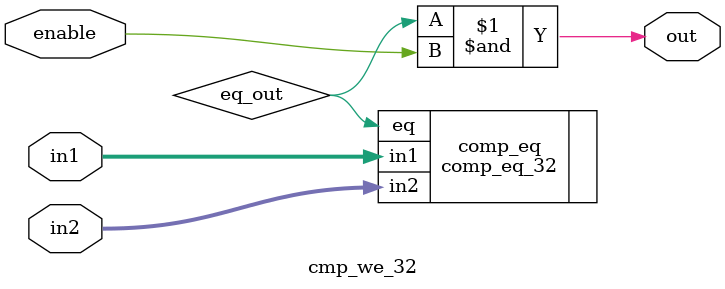
<source format=v>
/****************************************************************
 ---------------------------------------------------------------
     Copyright 1999 Sun Microsystems, Inc., 901 San Antonio
     Road, Palo Alto, CA 94303, U.S.A.  All Rights Reserved.
     The contents of this file are subject to the current
     version of the Sun Community Source License, picoJava-II
     Core ("the License").  You may not use this file except
     in compliance with the License.  You may obtain a copy
     of the License by searching for "Sun Community Source
     License" on the World Wide Web at http://www.sun.com.
     See the License for the rights, obligations, and
     limitations governing use of the contents of this file.

     Sun, Sun Microsystems, the Sun logo, and all Sun-based
     trademarks and logos, Java, picoJava, and all Java-based
     trademarks and logos are trademarks or registered trademarks 
     of Sun Microsystems, Inc. in the United States and other
     countries.
 ----------------------------------------------------------------
******************************************************************/

module rcu_dpath (

	iu_sc_bottom,
	iu_optop_e,
	iu_lvars,
	ucode_addr_s,
	ucode_areg0,
	ex_adder_out_e,
	offset_1_rs1_r,
	offset_2_rs1_r,
	offset_1_rs2_r,
	offset_2_rs2_r,
	gl_sel_rs1,
	const_sel_1_rs1,
	const_sel_2_rs1,
	const_gl_sel_rs1,
	scache_addr_sel_rs1,
	final_data_sel_rs1,
	gl_sel_rs2,
	const_sel_1_rs2,
        const_sel_2_rs2,
        const_gl_sel_rs2,
        scache_addr_sel_rs2,
        final_data_sel_rs2,
	offset_rsd_r,
	optop_incr_sel,
	dest_addr_sel_r,
	dest_addr_sel_e,
	optop_offset_sel_r,
	net_optop_sel1,
	net_optop_sel2,
	net_optop_sel,
	gl_reg0_we_w,
	gl_reg1_we_w,
	gl_reg2_we_w,
	gl_reg3_we_w,
	hold_ucode,
	hold_e,
	hold_c,
	iu_data_w,
	iu_data_we_w,
	smu_data,
	smu_rf_addr,
	smu_we,
	enable_cmp_e_rs1,
	enable_cmp_c_rs1,
	enable_cmp_w_rs1,
	enable_cmp_e_rs2,
	enable_cmp_c_rs2,
	enable_cmp_w_rs2,
	scache_wr_miss_w,
	sin,
	sm,
	clk,
	iu_smu_data,
	rs1_data_e,
	rs2_data_e,
	sc_miss_rs1_int,
	sc_miss_rs2_int,
	optop_offset,
	scache_miss_addr_e,
	bypass_scache_rs1_e,
	bypass_scache_rs1_c,
	bypass_scache_rs1_w,
	bypass_scache_rs2_e,
	bypass_scache_rs2_c,
	bypass_scache_rs2_w,
	sc_wr_addr_gr_scbot,
	dest_addr_w,
	iu_smu_flush_le,
	iu_smu_flush_ge,
	so
);

input	[31:0]	iu_sc_bottom;		// sc bottom from e-stage
input	[31:0]	iu_optop_e;		// optop from e-stage
input	[31:0]	iu_lvars;		// local var. reg
input	[31:0]	ucode_addr_s;		// ucode address to access stack cache
input	[31:0]	ucode_areg0;		// ucode areg data to be used as dest addr
input	[31:0]	ex_adder_out_e;		// ex adder out to be used as dest addr
input	[7:0]	offset_1_rs1_r;		// 1st byte of offset in RS1 stage
input	[7:0]	offset_2_rs1_r;		// 2nd byte of offset in RS1 stage
input	[7:0]	offset_1_rs2_r;		// 1st byte of offset in RS2 stage
input	[7:0]	offset_2_rs2_r;		// 2nd byte of offset in RS2 stage
input	[3:0]	gl_sel_rs1;		// ctrl signal for selecting one of the gl regs
input	[5:0]	const_sel_1_rs1;	// following two ctrl signals are used for
input	[6:0]	const_sel_2_rs1;	// for selecting constants or imm. offset
input	[2:0]	const_gl_sel_rs1;	// ctrl signal to slect one of globals or constants
input	[4:0]	scache_addr_sel_rs1;	// ctrl signal to determine what address is used for
					// accessing scache
input	[1:0]	final_data_sel_rs1;	// ctrl signal to determine whether we select data 
					// from scache or from globals/constants as the final
					// rs1_data_e
input	[3:0]	gl_sel_rs2;		// ctrl signal for selecting one of the gl regs
input	[5:0]	const_sel_1_rs2;	// following two ctrl signals are used for
input	[6:0]	const_sel_2_rs2;	// for selecting constants or imm. offset
input	[2:0]	const_gl_sel_rs2;	// ctrl signal to slect one of globals or constants
input	[4:0]	scache_addr_sel_rs2;	// ctrl signal to determine what address is used for
					// accessing scache
input	[1:0]	final_data_sel_rs2;	// ctrl signal to determine whether we select data 
					// from scache or from globals/constants 
					// as the final rs2_data_e
input	[7:0]	offset_rsd_r;		// offset in RSd stage
input	[7:0]	optop_incr_sel;		// This will select the appr. net optop as the dest. addr
input	[2:0]	dest_addr_sel_r;	// Selects the appropriate destination address in r
input	[2:0]	dest_addr_sel_e;	// Selects the appropriate destination address in e
input	[4:0]	net_optop_sel1;		// The following three signals are used to select appr.
input	[3:0]	net_optop_sel2;		// optop 
input	[1:0]	net_optop_sel;
input	[5:0]	optop_offset_sel_r;	// Selects the appropriate inc/dec in optop
input		gl_reg0_we_w;		// Global Reg0 write enable
input		gl_reg1_we_w;		// Global Reg1 write enable
input		gl_reg2_we_w;		// Global Reg2 write enable
input		gl_reg3_we_w;		// Global Reg3 write enable
input		hold_ucode;		// Ucode hold
input		hold_e;			// Signal from pipeline control which holds e-stage
input		hold_c;			// Signal from pipeline control which holds c-stage
input	[31:0]	iu_data_w;		// Data to be written onto scache
input		iu_data_we_w;		// Corresponding write enable signal
input	[31:0]	smu_data;		// Data from dribbler to be written onto scache
input	[5:0]	smu_rf_addr;		// dribbler address to scache
input		smu_we;			// scache write enable signal from dribbler
input		enable_cmp_e_rs1;	// Only incase of writes to dest, "d" and read to loc. "d" in e,
					// we should enable the bypassing comparison in e for RS1
input		enable_cmp_c_rs1;	// Only incase of writes to dest, "d" and read to loc. "d" in e,
					// we should enable the bypassing comparison in c for RS1
input		enable_cmp_w_rs1;	// Only incase of writes to dest, "d" and read to loc. "d" in e,
					// we should enable the bypassing comparison in w for RS1
input		enable_cmp_e_rs2;	// Only incase of writes to dest, "d" and read to loc. "d" in e,
					// we should enable the bypassing comparison in e for RS2
input		enable_cmp_c_rs2;	// Only incase of writes to dest, "d" and read to loc. "d" in e,
					// we should enable the bypassing comparison in c for RS2
input		enable_cmp_w_rs2;	// Only incase of writes to dest, "d" and read to loc. "d" in e,
					// we should enable the bypassing comparison in w for RS2
input          	scache_wr_miss_w;       // Indicates that there's a scache write miss
input		sin;			// RCU DataPath Scacn In port
input		sm;			// RCU DataPath Scacn Enable port
input		clk;			// Clock
output	[31:0]	iu_smu_data;		// Data output from scache to dribbler
output	[31:0]	rs1_data_e;		// Data output from RS1 stage
output	[31:0]	rs2_data_e;		// Data output from RS2 stage
output		sc_miss_rs1_int;	// Compare out put of scache_addr_rs1 and stack_bottom
output		sc_miss_rs2_int;	// Compare out put of scache_addr_rs2 and stack_bottom
output	[31:0]	optop_offset;		// Indicates optop +/- net change
output	[31:0]	scache_miss_addr_e;	// Used to access dcache in case of scache read miss
output		bypass_scache_rs1_e;	// Bypass data from e-stage to rs1 stage
output		bypass_scache_rs1_c;	// Bypass data from c-stage to rs1 stage
output		bypass_scache_rs1_w;	// Bypass data from w-stage to rs1 stage
output		bypass_scache_rs2_e;	// Bypass data from e-stage to rs2 stage
output		bypass_scache_rs2_c;	// Bypass data from c-stage to rs2 stage
output		bypass_scache_rs2_w;	// Bypass data from w-stage to rs2 stage
output		sc_wr_addr_gr_scbot;	// Indicates that scache write address is greater than sc_bot
output [31:0]	dest_addr_w;		// Indicates the address of scache write miss	
output		iu_smu_flush_le;	// Indicates that scache write address is less than or eq to sc_bot+8
output		iu_smu_flush_ge;	// Indicates that scache write address is gr than or eq to sc_bot-8
output		so;			// RCU DataPath Scan Out Port

wire	[5:0]	optop_inc1;
wire	[5:0]	optop_inc2;
wire	[5:0]	optop_inc3;
wire	[5:0]	optop_inc4;
wire	[7:0]	iu_addr_w;
wire	[31:0]	lvars_minus_offset_rs1;
wire	[31:0]	lvars_minus_offset_rs2;
wire	[31:0]	lvars_offset_int;
wire	[31:0]	lvars_offset_sec_cyc;
wire	[31:0]	scache_addr_rs1;
wire	[31:0]	scache_addr_rs2;
wire	[31:0]	gl_out_rs1;
wire	[31:0]	gl_out_rs2;
wire	[31:0]	gl_reg0;
wire	[31:0]	gl_reg1;
wire	[31:0]	gl_reg2;
wire	[31:0]	gl_reg3;
wire	[31:0]	const_1_rs1;
wire	[31:0]	const_2_rs1;
wire	[31:0]	const_1_rs2;
wire	[31:0]	const_2_rs2;
wire	[31:0]	const_final_rs1;
wire	[31:0]	const_final_rs2;
wire	[31:0]	rs1_data;
wire	[31:0]	rs2_data;
wire	[31:0]	scache_dout_rs1;
wire	[31:0]	scache_dout_rs2;
wire	[31:0]	optop_addr;
wire	[31:0]	lvars_minus_offset_rsd;
wire	[31:0]	lvars_offset_int_rsd;
wire	[31:0]	lvars_offset_sec_cyc_rsd;
wire	[31:0]	dest_addr_r;
wire	[31:0]	optop_inc1_32;
wire	[31:0]	optop_inc2_32;
wire	[31:0]	optop_inc3_32;
wire	[31:0]	optop_inc4_32;
wire	[31:0]	optop_dec1_32;
wire	[31:0]	optop_dec2_32;
wire	[31:0]	optop_dec3_32;
wire	[31:0]	optop_dec4_32;
wire	[31:0]	dest_addr_e;
wire	[31:0]	dest_addr_c;
wire	[31:0]	bypass_scache_addr_rs1;
wire	[31:0]	bypass_scache_addr_rs2;
wire	[31:0]	dest_addr_e_int;
wire	[31:0]	sc_bot_p12;
wire	[31:0]	sc_bot_m12;
wire	[31:0]	optop_int1;
wire	[31:0]	optop_int2;
wire	[31:0]	optop_op;
wire		un_used1;
wire		un_used2;
wire		un_used3;
wire		un_used4;
wire		un_used5;
wire		un_used6;
wire		un_used8;
wire		un_used9;
wire		un_used10;
wire		un_used12;
wire		un_used13;
wire		un_used14;
wire		un_used16;
wire		un_used17;
wire		un_used18;
wire		un_used19;
wire		un_used20;
wire		un_used22;
wire		un_used23;
wire		un_used24;
wire		un_used26;
wire		un_used27;
wire		un_used28;
wire		un_used29;
wire		un_used30;
wire		un_used31;
wire		un_used32;
wire		un_used33;
wire		un_used34;
wire		un_used35;
wire		un_used36;
wire		un_used37;
wire		un_used38;
wire		un_used39;
wire		un_used40;

// Use 6-bit adder to generate optop+1: We need just a 6 bit
// adder to access scache
cla_adder_6	add_optop_inc1(.in1(iu_optop_e[7:2]),
				.in2(6'b000001),
				.cin(1'b0),
				.sum(optop_inc1[5:0]),
				.cout(un_used1) );
// We need a 32-bit adder though for determining the bypass ctrl
// signals 
inc32		inc_optop_1(.ai({2'b0,iu_optop_e[31:2]}),
			.sum({un_used9,un_used10,optop_inc1_32[31:2]}));
assign	optop_inc1_32[1:0] = iu_optop_e[1:0];
			

// Use 6-bit adder to generate optop+2
cla_adder_6	add_optop_inc2(.in1(iu_optop_e[7:2]),
				.in2(6'b000010),
				.cin(1'b0),
				.sum(optop_inc2[5:0]),
				.cout(un_used2) );

inc32		inc_optop_2(.ai({3'b0,iu_optop_e[31:3]}),
			.sum({un_used12,un_used13,un_used14,
				optop_inc2_32[31:3]}));
assign	optop_inc2_32[2:0] = iu_optop_e[2:0];

// Use 6-bit adder to generate optop+3
cla_adder_6	add_optop_inc3(.in1(iu_optop_e[7:2]),
				.in2(6'b000011),
				.cin(1'b0),
				.sum(optop_inc3[5:0]),
				.cout(un_used3) );

cla_adder_32		add_optop_3(.in1(iu_optop_e[31:0]),
				.in2(32'd12),
				.cin(1'b0),
				.sum(optop_inc3_32[31:0]),
				.cout(un_used16) );

// Use 6-bit adder to generate optop+4
cla_adder_6	add_optop_inc4(.in1(iu_optop_e[7:2]),
				.in2(6'b000100),
				.cin(1'b0),
				.sum(optop_inc4[5:0]),
				.cout(un_used4) );

inc32		inc_optop_4(.ai({4'b0,iu_optop_e[31:4]}),
			.sum({un_used17,un_used18,un_used19,
			      un_used20,optop_inc4_32[31:4]}));
assign	optop_inc4_32[3:0] = iu_optop_e[3:0];

//***** BEGIN:  RS1 section the data path *******// 

// Subtract offset from lvars to generate lvars - offset

cla_adder_32	sub_lvars_offset_rs1(.in1(iu_lvars),
				.in2({22'h3fffff,(~offset_1_rs1_r[7:0]),2'h3}),
				.cin(1'b1),
				.sum(lvars_minus_offset_rs1),
				.cout(un_used5) );

// We need to generate lvars - offset - 4 in the second cycle
// of long and double loads for accessing scache

dec_32		dec_lvars_sec_cyc(.out(lvars_offset_int),
				.in({2'b0,lvars_minus_offset_rs1[31:2]}) );

ff_se_32	flop_lvars_sec_cyc(.out(lvars_offset_sec_cyc),
				.din({lvars_offset_int[29:0],2'b00}),
				.clk(clk),
				.enable(!hold_e) );

// Select the address to access stack cache

mux5_32		mux_scache_addr_rs1(.out(scache_addr_rs1),
				.in0({24'b0,optop_inc1,2'b00}),
				.in1({24'b0,optop_inc2,2'b00}),
				.in2(ucode_addr_s),
				.in3(lvars_minus_offset_rs1),
				.in4(lvars_offset_sec_cyc),
				.sel(scache_addr_sel_rs1) );

// Generate a full 32 bit address for bypass purposes since
// scache address uses optop_increments computed by 6bit adders
// and not the ones done by 32 bit adders due to timing reasons
// Also use this full 32 bit address to access dcache in case
// of stack cache read miss


mux5_32		mux_bypass_scache_addr_rs1(.out(bypass_scache_addr_rs1),
				.in0(optop_inc1_32),
				.in1(optop_inc2_32),
				.in2(ucode_addr_s),
				.in3(lvars_minus_offset_rs1),
				.in4(lvars_offset_sec_cyc),
				.sel(scache_addr_sel_rs1) );

// Bypass logic for stack operands in RS1
// Qualify the comparision with
// . (ucode_active | lv_acc_rs1) -> This means the address scache_addr_rs1
//                                  is a valid one and
// . iu_data_we                 -> This means dest_addr_e used is a valid one
 
cmp_we_32       comp_bypass_scache_rs1_e(.out(bypass_scache_rs1_e),
                                        .in1(bypass_scache_addr_rs1),
                                        .in2(dest_addr_e),
                                        .enable(enable_cmp_e_rs1) );

cmp_we_32       comp_bypass_scache_rs1_c(.out(bypass_scache_rs1_c),
                                        .in1(bypass_scache_addr_rs1),
                                        .in2(dest_addr_c),
                                        .enable(enable_cmp_c_rs1) );
 
cmp_we_32       comp_bypass_scache_rs1_w(.out(bypass_scache_rs1_w),
                                        .in1(bypass_scache_addr_rs1),
                                        .in2(dest_addr_w),
                                        .enable(enable_cmp_w_rs1) );



// Incase of scache read miss, we need to use this address to access d$

// If there are any back-> back ucode scache misses, then the old scache
// miss address will be overwritten.  That's why we are using hold_ucode,
// instead of hold_e & !ucode_active
ff_se_32		flop_scache_miss_addr(.out(scache_miss_addr_e),
					.din(bypass_scache_addr_rs1),
					.clk(clk),
					//.enable(!(hold_e & !ucode_active)));
					.enable(!hold_ucode) );

// Select appropriate Global Register File to read

mux4_32		mux_gl_rs1(.out(gl_out_rs1),
			.in0(gl_reg0),
			.in1(gl_reg1),
			.in2(gl_reg2),
			.in3(gl_reg3),
			.sel(gl_sel_rs1) );

// Select the appropriate constant or offset

mux6_32		mux_const_1_rs1(.out(const_1_rs1),
				.in0(32'hffffffff),
				.in1(32'h00000000),
				.in2(32'h00000001),
				.in3(32'h00000002),
				.in4(32'h00000003),
				.in5(32'h00000004),
				.sel(const_sel_1_rs1) );

mux7_32		mux_const_2_rs1(.out(const_2_rs1),
				.in0(32'h00000005),
				.in1(32'h00000000),
				.in2(32'h3f800000), // FP 1.0
				.in3(32'h3ff00000), // Double 1.0
				.in4(32'h40000000), // FP 2.0
				.in5({{24{offset_1_rs1_r[7]}},offset_1_rs1_r}),
				.in6({{16{offset_1_rs1_r[7]}},offset_1_rs1_r,offset_2_rs1_r}),
				.sel(const_sel_2_rs1) );

mux3_32		mux_const_final_rs1(.out(const_final_rs1),
				.in0(gl_out_rs1),
				.in1(const_1_rs1),
				.in2(const_2_rs1),
				.sel(const_gl_sel_rs1) );

// Select the final data to be output from  RS1 stage

mux2_32		mux_final_data_rs1(.out(rs1_data),
				.in0(const_final_rs1),
				.in1(scache_dout_rs1),
				.sel(final_data_sel_rs1) );

// Donot hold the data in R-stage for RS1  when ucode is active as it
// will use RS1 to access scache; Removing hold since we are removing
// hold from bypass select signals in rcu_ctl. All the holds for data
// and control are taken care off in e-stage???
ff_s_32		flop_rs1_data(.out(rs1_data_e),
				.din(rs1_data),
				.clk(clk));


// Comparator for determining scache hits in RS1
 
comp_gr_32      comp_scache_hit_rs1(.gr(sc_miss_rs1_int),
                                .in1(scache_addr_rs1),
                                .in2(iu_sc_bottom) );

//***** END:  RS1 section the data path *******// 

//***** BEGIN:  RS2 section the data path *******// 

// Subtract offset from lvars to generate lvars - offset
 
cla_adder_32    sub_lvars_offset_rs2(.in1(iu_lvars),
                                .in2({22'h3fffff,(~offset_1_rs2_r[7:0]),2'h3}),
                                .cin(1'b1),
                                .sum(lvars_minus_offset_rs2),
                                .cout(un_used6) );

// Select the address to access stack cache
 
mux5_32         mux_scache_addr_rs2(.out(scache_addr_rs2),
                                .in0({24'b0,optop_inc2,2'b00}),
                                .in1({24'b0,optop_inc1,2'b00}),
                                .in2({24'b0,optop_inc3,2'b00}),
                                .in3({24'b0,optop_inc4,2'b00}),
                                .in4(lvars_minus_offset_rs2),
                                .sel(scache_addr_sel_rs2) );

// Generate a full 32 bit address for bypass purposes since
// scache address uses optop_increments computed by 6bit adders
// and not the ones done by 32 bit adders due to timing reasons

mux5_32         mux_bypass_scache_addr_rs2(.out(bypass_scache_addr_rs2),
                                .in0(optop_inc2_32),
                                .in1(optop_inc1_32),
                                .in2(optop_inc3_32),
                                .in3(optop_inc4_32),
                                .in4(lvars_minus_offset_rs2),
                                .sel(scache_addr_sel_rs2) );

// Bypass logic for stack operands in RS2
// Qualify the comparision with
// . lv_acc_rs2 -> This means the address scache_addr_rs2
//                                  is a valid one and
// . iu_data_we                 -> This means dest_addr_e used is a valid one
 
cmp_we_32       comp_bypass_scache_rs2_e(.out(bypass_scache_rs2_e),
                                        .in1(bypass_scache_addr_rs2),
                                        .in2(dest_addr_e),
                                        .enable(enable_cmp_e_rs2) );
 
cmp_we_32       comp_bypass_scache_rs2_c(.out(bypass_scache_rs2_c),
                                        .in1(bypass_scache_addr_rs2),
                                        .in2(dest_addr_c),
                                        .enable(enable_cmp_c_rs2) );
 
cmp_we_32       comp_bypass_scache_rs2_w(.out(bypass_scache_rs2_w),
                                        .in1(bypass_scache_addr_rs2),
                                        .in2(dest_addr_w),
                                        .enable(enable_cmp_w_rs2) );
 

// Select appropriate Global Register File to read
 
mux4_32         mux_gl_rs2(.out(gl_out_rs2),
                        .in0(gl_reg0),
                        .in1(gl_reg1),
                        .in2(gl_reg2),
                        .in3(gl_reg3),
                        .sel(gl_sel_rs2) );
 
// Select the appropriate constant or offset
 
mux6_32         mux_const_1_rs2(.out(const_1_rs2),
                                .in0(32'hffffffff),
                                .in1(32'h00000000),
                                .in2(32'h00000001),
                                .in3(32'h00000002),
                                .in4(32'h00000003),
                                .in5(32'h00000004),
                                .sel(const_sel_1_rs2) );
 
mux7_32         mux_const_2_rs2(.out(const_2_rs2),
                                .in0(32'h00000005),
                                .in1(32'h00000000),
                                .in2(32'h3f800000), // FP 1.0
                                .in3(32'h40000000), // FP 2.0
				.in4({{24{offset_1_rs2_r[7]}},offset_1_rs2_r}),
				.in5({{16{offset_1_rs2_r[7]}},offset_1_rs2_r,offset_2_rs2_r}),
				.in6({{24{offset_2_rs1_r[7]}},offset_2_rs1_r}),
                                .sel(const_sel_2_rs2) );
 
mux3_32         mux_const_final_rs2(.out(const_final_rs2),
                                .in0(gl_out_rs2),
                                .in1(const_1_rs2),
                                .in2(const_2_rs2),
                                .sel(const_gl_sel_rs2) );
 
// Select the final data to be output from  RS1 stage
 
mux2_32         mux_final_data_rs2(.out(rs2_data),
                                .in0(const_final_rs2),
				.in1(scache_dout_rs2),
                                .sel(final_data_sel_rs2) );
 
// We are not holding the data in R-stage; But the the actual hold
// happens in the e-stage
ff_s_32        flop_rs2_data(.out(rs2_data_e),
                                .din(rs2_data),
                                .clk(clk));
 
// Comparator for determining scache hits in RS2
 
comp_gr_32      comp_scache_hit_rs2(.gr(sc_miss_rs2_int),
                                .in1(scache_addr_rs2),
                                .in2(iu_sc_bottom) );
 

 
//***** END:  RS2 section the data path *******//

// Note: for iu_data_we_w we "and" it with !scache_wr_miss_w.
// This is because whenever there's a scache write miss, it is
// handled by SMU and there should n't be any write enable to scache

// Instantiate Register File for Scache

rf	scache(.do_a(scache_dout_rs1),
		.do_b(scache_dout_rs2),
		.do_c(iu_smu_data),
		.di_d(iu_data_w),
		.di_e(smu_data),
		.add_a(scache_addr_rs1[7:2]),
		.add_b(scache_addr_rs2[7:2]),
		.add_c(smu_rf_addr[5:0]),
		.add_d(iu_addr_w[7:2]),
		.add_e(smu_rf_addr[5:0]),
		.we_d(((iu_data_we_w & !scache_wr_miss_w) & ~clk)),
		.we_e(smu_we & ~clk) );

//***** BEGIN:  RSd section the data path *******// 

// Generate optop_dec1, optop_dec2 and optop_dec3 to help in dest addr.
// calculation

dec_32	dec_optop_1(.out({un_used31,un_used32,optop_dec1_32[31:2]}),
			.in({2'b0,iu_optop_e[31:2]}) );
assign	optop_dec1_32[1:0] = iu_optop_e[1:0];

dec_32	dec_optop_2(.out({un_used33,un_used34,un_used35,optop_dec2_32[31:3]}),
			.in({3'b0,iu_optop_e[31:3]}) );
assign	optop_dec2_32[2:0] = iu_optop_e[2:0];

cla_adder_32	dec_optop_3(.sum(optop_dec3_32[31:0]),
				.in1(iu_optop_e),
				.in2(32'hfffffff3),
				.cin(1'b1),
				.cout(un_used36) );
dec_32	dec_optop_4(.out({un_used37,un_used38,un_used39,un_used40,		
					optop_dec4_32[31:4]}),
			.in({4'b0,iu_optop_e[31:4]}) );
assign	optop_dec4_32[3:0] = iu_optop_e[3:0];

// Select the appr. net optop to be used for dest. addr calculation

mux8_32		mux_optop_rsd(.out(optop_addr),
				.in0(iu_optop_e),
				.in1(optop_dec3_32),
				.in2(optop_dec2_32),
				.in3(optop_dec1_32),
				.in4(optop_inc1_32),
				.in5(optop_inc2_32),
				.in6(optop_inc3_32),
				.in7(optop_inc4_32),
				.sel(optop_incr_sel) );
				
// Removed to improve timing

/*//add the offset generated in rcu_ctl to optop to get destination address

cla_adder_32	adder_optop_rsd(.sum(optop_addr),
				.in1(iu_optop_e),
				.in2(dest_addr_offset[31:0]),
				.cin(1'b0),
				.cout(un_used7) );
*/

// In the case of MEM operations, the destination address would be lvars - offset

cla_adder_32	sub_lvars_offset_rsd(.sum(lvars_minus_offset_rsd),
				.in1(iu_lvars),
				.in2({22'h3fffff,(~offset_rsd_r[7:0]),2'h3}),
				.cin(1'b1),
				.cout(un_used8) );

// In case of long and double stores, we need to store results at lvars-offset-4

dec_32		dec_lvars_sec_cyc_rsd(.out(lvars_offset_int_rsd),
				.in({2'b0,lvars_minus_offset_rsd[31:2]}) );

ff_se_32	flop_lvars_sec_cyc_rsd(.out(lvars_offset_sec_cyc_rsd),
					.din({lvars_offset_int_rsd[29:0],2'b0}),
					.clk(clk),
					.enable(!hold_e) );

// depending on the grouping, select either
// . optop +/-  offset or
// . lvars - offset or
// . lvars - offset -4 as the final destination address

mux3_32		mux_dest_addr(.out(dest_addr_r),
				.in0(optop_addr),
				.in1(lvars_offset_sec_cyc_rsd),
				.in2(lvars_minus_offset_rsd),
				.sel(dest_addr_sel_r)  );

// Pass the destination address along the pipe line

ff_se_32	flop_dest_addr_e(.out(dest_addr_e_int),
				.din(dest_addr_r),
				.enable(!hold_e),
				.clk(clk));

// Ucode also wants to write to stack cache

mux3_32		mux_dest_addr_e(.out(dest_addr_e),
				.in0(dest_addr_e_int),
				.in1(ucode_areg0),
				.in2(ex_adder_out_e),
				.sel(dest_addr_sel_e) );


ff_se_32	flop_dest_addr_c(.out(dest_addr_c),
				.din(dest_addr_e),
				.enable(!hold_c),
				.clk(clk));

// Now we have to hold dest_addr_w. Otherwise next address will
// overwrite in case of hold_c

ff_se_32	flop_dest_addr_w(.out(dest_addr_w),
				.din(dest_addr_c),
				.clk(clk),
				.enable(!hold_c));

// Whenever there's
// . group_1_r or group_9_r, net inc. in optop is 0
// . group_4_r, net inc. in optop is 1
// . group_8_r, net inc. in optop is 2
// . group_2_r, net inc. in optop is -1
// For all the other groups and in case of just  one instr. issue,
// we have to use the optop_offset_int generated by decoding opcode in OP stage
 
// Now due to timing reasons we are gib]ving the resultant optop change to pipe
// instead of jsu the offset; But the signal name "optop_offset" will remain
// the same. It just means: optop_offset = optop +/- appr. offset

mux5_32		mux_optop_op1(.out(optop_int1),
				.in0(optop_inc4_32),
				.in1(optop_dec1_32),
				.in2(optop_dec2_32),
				.in3(optop_dec3_32),
				.in4(optop_dec4_32),
				.sel(net_optop_sel1) );

mux4_32		mux_optop_op2(.out(optop_int2),
				.in0(iu_optop_e),
				.in1(optop_inc1_32),
				.in2(optop_inc2_32),
				.in3(optop_inc3_32),
				.sel(net_optop_sel2) );

mux2_32		mux_optop_op(.out(optop_op),
				.in0(optop_int2),
				.in1(optop_int1),
				.sel(net_optop_sel) );

mux6_32         mux_offset_optop(.out(optop_offset),
                                .in0(iu_optop_e),
                                .in1(optop_op),
                                .in2(optop_inc2_32),
                                .in3(optop_inc1_32),
                                .in4(optop_dec1_32),
                                .in5(optop_dec4_32),
                                .sel(optop_offset_sel_r) );

assign	iu_addr_w[7:0] = dest_addr_w[7:0];

// Check for Scache Write Misses
comp_gr_32	comp_sc_wr1(.gr(sc_wr_addr_gr_scbot),
			.in1(dest_addr_c),
			.in2(iu_sc_bottom) );

// Generate iu_smu_flush signal

// Calculate iu_sc_bottom + 12
 
inc32         incr_sc_bot_12(.ai({4'b0,iu_sc_bottom[31:4]}),
                        .sum({un_used22,un_used23,un_used24,un_used29,
				sc_bot_p12[31:4]}));

assign	sc_bot_p12[3:0] = iu_sc_bottom[3:0];

comp_le_32	comp_flush1(.le(iu_smu_flush_le),
			.in1(dest_addr_c),
			.in2(sc_bot_p12) );
		
// Calculate iu_sc_bottom - 12

dec_32		dec_sc_bot_12(.in({4'b0,iu_sc_bottom[31:4]}),
			.out({un_used26,un_used27,un_used28,un_used30,
                                sc_bot_m12[31:4]}) );

assign	sc_bot_m12[3:0] = iu_sc_bottom[3:0];


comp_ge_32	comp_flush2(.ge(iu_smu_flush_ge),
			.in1(dest_addr_c),
			.in2(sc_bot_m12));
		
		
//***** BEGIN:  Global Reg. section the data path *******// 

ff_se_32		flop_global0(.out(gl_reg0),
			.din(iu_data_w),
			.clk(clk),
			.enable(gl_reg0_we_w));

ff_se_32		flop_global1(.out(gl_reg1),
			.din(iu_data_w),
			.clk(clk),
			.enable(gl_reg1_we_w));

ff_se_32		flop_global2(.out(gl_reg2),
			.din(iu_data_w),
			.clk(clk),
			.enable(gl_reg2_we_w));

ff_se_32		flop_global3(.out(gl_reg3),
			.din(iu_data_w),
			.clk(clk),
			.enable(gl_reg3_we_w));

endmodule

module rf (

	di_d, 
	di_e, 
	add_a, 
	add_b, 
	add_c, 
	add_d, 
	add_e, 
	we_d, 
	we_e,
	do_a, 
	do_b, 
	do_c 
); 

input	[31:0]	di_d;	// Write port D i/p data
input	[31:0]	di_e;	// Write port E i/p data
input	[5:0]	add_a;	// Addr. of Rd. port A
input	[5:0]	add_b;	// Addr. of Rd. port B
input	[5:0]	add_c;	// Addr. of Rd. port C
input	[5:0]	add_d;	// Addr. of Wr. port D
input	[5:0]	add_e;	// Addr. of Wr. port E
input		we_d;	// We signal for Port D
input		we_e;	// We signal for Port E
output	[31:0]	do_a;	// Data out from Rd. port A
output	[31:0]	do_b;	// Data out from Rd. port B
output	[31:0]	do_c;	// Data out from Rd. port C

// synopsys translate_off
 reg [31:0] ram [63:0];

 // Write Cycle 
 always @(posedge we_d) begin
     ram[add_d[5:0]]= di_d[31:0];
 end
 always @(posedge we_e) begin
     ram[add_e[5:0]]= di_e[31:0];
 end

 // Read Cycle
assign #1 do_a[31:0]= (^(add_a[5:0])===1'bx) ? 32'bx: ram[add_a[5:0]];
assign #1 do_b[31:0]= (^(add_b[5:0])===1'bx) ? 32'bx: ram[add_b[5:0]];
assign #1 do_c[31:0]= (^(add_c[5:0])===1'bx) ? 32'bx: ram[add_c[5:0]];

// synopsys translate_on

endmodule


module  cmp_we_32 (
 
        in1,
        in2,
        enable,
        out
);
 
input   [31:0]  in1;
input   [31:0]  in2;
input           enable;
output          out;
 
wire            eq_out;
 
comp_eq_32      comp_eq(.eq(eq_out),
                        .in1(in1),
                        .in2(in2) );
 
assign  out = eq_out & enable;
 
endmodule


</source>
